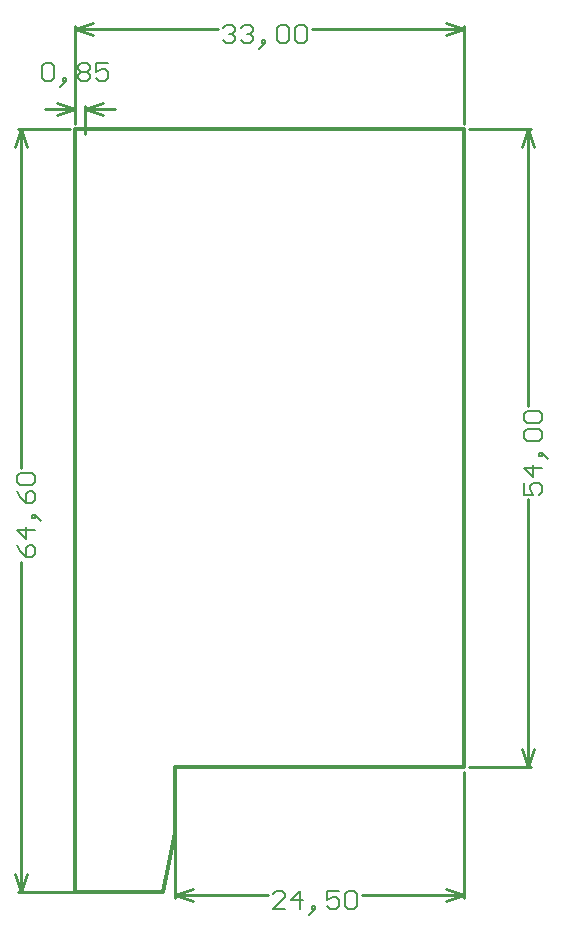
<source format=gm1>
%FSLAX25Y25*%
%MOIN*%
G70*
G01*
G75*
G04 Layer_Color=16711935*
%ADD10R,0.02756X0.03543*%
%ADD11R,0.06693X0.09449*%
%ADD12O,0.06693X0.01181*%
%ADD13O,0.06890X0.02165*%
%ADD14O,0.02165X0.06890*%
%ADD15R,0.15748X0.15748*%
%ADD16R,0.07874X0.15748*%
%ADD17R,0.03543X0.02756*%
%ADD18R,0.01575X0.05315*%
%ADD19R,0.05512X0.05512*%
%ADD20R,0.04724X0.03543*%
%ADD21R,0.05000X0.05000*%
%ADD22R,0.03937X0.05512*%
%ADD23R,0.03150X0.03543*%
%ADD24R,0.04331X0.06693*%
%ADD25R,0.03543X0.03150*%
%ADD26R,0.09449X0.06693*%
%ADD27C,0.01575*%
%ADD28C,0.01181*%
%ADD29C,0.01378*%
%ADD30C,0.00984*%
%ADD31C,0.01000*%
%ADD32C,0.00600*%
%ADD33C,0.07874*%
%ADD34O,0.05906X0.07874*%
%ADD35O,0.03937X0.06693*%
%ADD36R,0.05906X0.05906*%
%ADD37C,0.05906*%
%ADD38C,0.12598*%
%ADD39R,0.04724X0.15748*%
%ADD40C,0.03150*%
%ADD41C,0.01969*%
%ADD42C,0.04724*%
%ADD43O,0.01378X0.06693*%
%ADD44O,0.02756X0.01772*%
%ADD45R,0.05906X0.09449*%
%ADD46R,0.07677X0.10827*%
%ADD47R,0.11811X0.08268*%
%ADD48R,0.06299X0.03150*%
%ADD49O,0.02362X0.06693*%
%ADD50R,0.05001X0.01969*%
%ADD51R,0.01969X0.04801*%
%ADD52O,0.01969X0.00984*%
%ADD53O,0.00984X0.03937*%
%ADD54R,0.06496X0.09449*%
%ADD55R,0.04000X0.06000*%
%ADD56R,0.06000X0.04000*%
%ADD57C,0.03150*%
%ADD58C,0.02362*%
%ADD59C,0.00787*%
%ADD60C,0.00394*%
%ADD61C,0.00800*%
%ADD62C,0.00591*%
%ADD63R,0.03556X0.04343*%
%ADD64R,0.07493X0.10249*%
%ADD65O,0.07493X0.01981*%
%ADD66O,0.07284X0.02559*%
%ADD67O,0.02559X0.07284*%
%ADD68R,0.16548X0.16548*%
%ADD69R,0.08674X0.16548*%
%ADD70R,0.04343X0.03556*%
%ADD71R,0.01969X0.05709*%
%ADD72R,0.06312X0.06312*%
%ADD73R,0.05524X0.04343*%
%ADD74R,0.05800X0.05800*%
%ADD75R,0.04737X0.06312*%
%ADD76R,0.03950X0.04343*%
%ADD77R,0.05131X0.07493*%
%ADD78R,0.04343X0.03950*%
%ADD79R,0.10249X0.07493*%
%ADD80C,0.08674*%
%ADD81O,0.06706X0.08674*%
%ADD82O,0.04737X0.07493*%
%ADD83R,0.06706X0.06706*%
%ADD84C,0.06706*%
%ADD85C,0.13398*%
%ADD86R,0.05524X0.16548*%
%ADD87C,0.03950*%
%ADD88C,0.02769*%
%ADD89C,0.05524*%
%ADD90C,0.02000*%
%ADD91C,0.00500*%
D28*
X68898Y51181D02*
Y73228D01*
X165354D01*
X64961Y31496D02*
X68898Y51181D01*
X35433Y31496D02*
Y285827D01*
X165354D01*
Y73228D02*
Y285827D01*
X35433Y31496D02*
X64961D01*
X68898Y51181D02*
Y73228D01*
X165354D01*
X64961Y31496D02*
X68898Y51181D01*
X35433Y31496D02*
Y285827D01*
X165354D01*
Y73228D02*
Y285827D01*
X35433Y31496D02*
X64961D01*
D31*
X165354Y287417D02*
Y320000D01*
X35433Y287417D02*
Y320000D01*
X114389Y319000D02*
X165354D01*
X35433D02*
X83198D01*
X159354Y321000D02*
X165354Y319000D01*
X159354Y317000D02*
X165354Y319000D01*
X35433D02*
X41433Y317000D01*
X35433Y319000D02*
X41433Y321000D01*
X166945Y73228D02*
X187500D01*
X166945Y285827D02*
X187500D01*
X186500Y73228D02*
Y162332D01*
Y193523D02*
Y285827D01*
Y73228D02*
X188500Y79228D01*
X184500D02*
X186500Y73228D01*
X184500Y279827D02*
X186500Y285827D01*
X188500Y279827D01*
X16500Y31496D02*
X63370D01*
X16500Y285827D02*
X33843D01*
X17500Y31496D02*
Y141466D01*
Y172657D02*
Y285827D01*
Y31496D02*
X19500Y37496D01*
X15500D02*
X17500Y31496D01*
X15500Y279827D02*
X17500Y285827D01*
X19500Y279827D01*
X165354Y29500D02*
Y71638D01*
X68898Y29500D02*
Y71638D01*
X131122Y30500D02*
X165354D01*
X68898D02*
X99931D01*
X159354Y32500D02*
X165354Y30500D01*
X159354Y28500D02*
X165354Y30500D01*
X68898D02*
X74898Y28500D01*
X68898Y30500D02*
X74898Y32500D01*
X38780Y284071D02*
Y293500D01*
X35433Y287417D02*
Y293500D01*
X25433Y292500D02*
X35433D01*
X38780D02*
X48779D01*
X29433Y294500D02*
X35433Y292500D01*
X29433Y290500D02*
X35433Y292500D01*
X38780D02*
X44780Y290500D01*
X38780Y292500D02*
X44780Y294500D01*
X165354Y287417D02*
Y320000D01*
X35433Y287417D02*
Y320000D01*
X114389Y319000D02*
X165354D01*
X35433D02*
X83198D01*
X159354Y321000D02*
X165354Y319000D01*
X159354Y317000D02*
X165354Y319000D01*
X35433D02*
X41433Y317000D01*
X35433Y319000D02*
X41433Y321000D01*
X166945Y73228D02*
X187500D01*
X166945Y285827D02*
X187500D01*
X186500Y73228D02*
Y162332D01*
Y193523D02*
Y285827D01*
Y73228D02*
X188500Y79228D01*
X184500D02*
X186500Y73228D01*
X184500Y279827D02*
X186500Y285827D01*
X188500Y279827D01*
X16500Y31496D02*
X63370D01*
X16500Y285827D02*
X33843D01*
X17500Y31496D02*
Y141466D01*
Y172657D02*
Y285827D01*
Y31496D02*
X19500Y37496D01*
X15500D02*
X17500Y31496D01*
X15500Y279827D02*
X17500Y285827D01*
X19500Y279827D01*
X165354Y29500D02*
Y71638D01*
X68898Y29500D02*
Y71638D01*
X131122Y30500D02*
X165354D01*
X68898D02*
X99931D01*
X159354Y32500D02*
X165354Y30500D01*
X159354Y28500D02*
X165354Y30500D01*
X68898D02*
X74898Y28500D01*
X68898Y30500D02*
X74898Y32500D01*
X38780Y284071D02*
Y293500D01*
X35433Y287417D02*
Y293500D01*
X25433Y292500D02*
X35433D01*
X38780D02*
X48779D01*
X29433Y294500D02*
X35433Y292500D01*
X29433Y290500D02*
X35433Y292500D01*
X38780D02*
X44780Y290500D01*
X38780Y292500D02*
X44780Y294500D01*
D32*
X84798Y319400D02*
X85798Y320399D01*
X87797D01*
X88797Y319400D01*
Y318400D01*
X87797Y317400D01*
X86798D01*
X87797D01*
X88797Y316401D01*
Y315401D01*
X87797Y314401D01*
X85798D01*
X84798Y315401D01*
X90796Y319400D02*
X91796Y320399D01*
X93795D01*
X94795Y319400D01*
Y318400D01*
X93795Y317400D01*
X92796D01*
X93795D01*
X94795Y316401D01*
Y315401D01*
X93795Y314401D01*
X91796D01*
X90796Y315401D01*
X97794Y313402D02*
X98794Y314401D01*
Y315401D01*
X97794D01*
Y314401D01*
X98794D01*
X97794Y313402D01*
X96794Y312402D01*
X102792Y319400D02*
X103792Y320399D01*
X105791D01*
X106791Y319400D01*
Y315401D01*
X105791Y314401D01*
X103792D01*
X102792Y315401D01*
Y319400D01*
X108791D02*
X109790Y320399D01*
X111790D01*
X112789Y319400D01*
Y315401D01*
X111790Y314401D01*
X109790D01*
X108791Y315401D01*
Y319400D01*
X185101Y167931D02*
Y163932D01*
X188100D01*
X187100Y165931D01*
Y166931D01*
X188100Y167931D01*
X190099D01*
X191099Y166931D01*
Y164932D01*
X190099Y163932D01*
X191099Y172929D02*
X185101D01*
X188100Y169930D01*
Y173929D01*
X192098Y176928D02*
X191099Y177927D01*
X190099D01*
Y176928D01*
X191099D01*
Y177927D01*
X192098Y176928D01*
X193098Y175928D01*
X186100Y181926D02*
X185101Y182926D01*
Y184925D01*
X186100Y185925D01*
X190099D01*
X191099Y184925D01*
Y182926D01*
X190099Y181926D01*
X186100D01*
Y187924D02*
X185101Y188924D01*
Y190923D01*
X186100Y191923D01*
X190099D01*
X191099Y190923D01*
Y188924D01*
X190099Y187924D01*
X186100D01*
X16101Y147065D02*
X17100Y145065D01*
X19100Y143066D01*
X21099D01*
X22099Y144066D01*
Y146065D01*
X21099Y147065D01*
X20099D01*
X19100Y146065D01*
Y143066D01*
X22099Y152063D02*
X16101D01*
X19100Y149064D01*
Y153063D01*
X23098Y156062D02*
X22099Y157061D01*
X21099D01*
Y156062D01*
X22099D01*
Y157061D01*
X23098Y156062D01*
X24098Y155062D01*
X16101Y165059D02*
X17100Y163059D01*
X19100Y161060D01*
X21099D01*
X22099Y162060D01*
Y164059D01*
X21099Y165059D01*
X20099D01*
X19100Y164059D01*
Y161060D01*
X17100Y167058D02*
X16101Y168058D01*
Y170057D01*
X17100Y171057D01*
X21099D01*
X22099Y170057D01*
Y168058D01*
X21099Y167058D01*
X17100D01*
X105529Y25901D02*
X101531D01*
X105529Y29900D01*
Y30900D01*
X104530Y31899D01*
X102530D01*
X101531Y30900D01*
X110528Y25901D02*
Y31899D01*
X107529Y28900D01*
X111527D01*
X114526Y24902D02*
X115526Y25901D01*
Y26901D01*
X114526D01*
Y25901D01*
X115526D01*
X114526Y24902D01*
X113527Y23902D01*
X123523Y31899D02*
X119525D01*
Y28900D01*
X121524Y29900D01*
X122524D01*
X123523Y28900D01*
Y26901D01*
X122524Y25901D01*
X120524D01*
X119525Y26901D01*
X125523Y30900D02*
X126522Y31899D01*
X128522D01*
X129522Y30900D01*
Y26901D01*
X128522Y25901D01*
X126522D01*
X125523Y26901D01*
Y30900D01*
X24510Y306696D02*
X25510Y307696D01*
X27509D01*
X28509Y306696D01*
Y302697D01*
X27509Y301697D01*
X25510D01*
X24510Y302697D01*
Y306696D01*
X31508Y300698D02*
X32507Y301697D01*
Y302697D01*
X31508D01*
Y301697D01*
X32507D01*
X31508Y300698D01*
X30508Y299698D01*
X36506Y306696D02*
X37506Y307696D01*
X39505D01*
X40505Y306696D01*
Y305696D01*
X39505Y304696D01*
X40505Y303697D01*
Y302697D01*
X39505Y301697D01*
X37506D01*
X36506Y302697D01*
Y303697D01*
X37506Y304696D01*
X36506Y305696D01*
Y306696D01*
X37506Y304696D02*
X39505D01*
X46503Y307696D02*
X42504D01*
Y304696D01*
X44503Y305696D01*
X45503D01*
X46503Y304696D01*
Y302697D01*
X45503Y301697D01*
X43504D01*
X42504Y302697D01*
X84798Y319400D02*
X85798Y320399D01*
X87797D01*
X88797Y319400D01*
Y318400D01*
X87797Y317400D01*
X86798D01*
X87797D01*
X88797Y316401D01*
Y315401D01*
X87797Y314401D01*
X85798D01*
X84798Y315401D01*
X90796Y319400D02*
X91796Y320399D01*
X93795D01*
X94795Y319400D01*
Y318400D01*
X93795Y317400D01*
X92796D01*
X93795D01*
X94795Y316401D01*
Y315401D01*
X93795Y314401D01*
X91796D01*
X90796Y315401D01*
X97794Y313402D02*
X98794Y314401D01*
Y315401D01*
X97794D01*
Y314401D01*
X98794D01*
X97794Y313402D01*
X96794Y312402D01*
X102792Y319400D02*
X103792Y320399D01*
X105791D01*
X106791Y319400D01*
Y315401D01*
X105791Y314401D01*
X103792D01*
X102792Y315401D01*
Y319400D01*
X108791D02*
X109790Y320399D01*
X111790D01*
X112789Y319400D01*
Y315401D01*
X111790Y314401D01*
X109790D01*
X108791Y315401D01*
Y319400D01*
X185101Y167931D02*
Y163932D01*
X188100D01*
X187100Y165931D01*
Y166931D01*
X188100Y167931D01*
X190099D01*
X191099Y166931D01*
Y164932D01*
X190099Y163932D01*
X191099Y172929D02*
X185101D01*
X188100Y169930D01*
Y173929D01*
X192098Y176928D02*
X191099Y177927D01*
X190099D01*
Y176928D01*
X191099D01*
Y177927D01*
X192098Y176928D01*
X193098Y175928D01*
X186100Y181926D02*
X185101Y182926D01*
Y184925D01*
X186100Y185925D01*
X190099D01*
X191099Y184925D01*
Y182926D01*
X190099Y181926D01*
X186100D01*
Y187924D02*
X185101Y188924D01*
Y190923D01*
X186100Y191923D01*
X190099D01*
X191099Y190923D01*
Y188924D01*
X190099Y187924D01*
X186100D01*
X16101Y147065D02*
X17100Y145065D01*
X19100Y143066D01*
X21099D01*
X22099Y144066D01*
Y146065D01*
X21099Y147065D01*
X20099D01*
X19100Y146065D01*
Y143066D01*
X22099Y152063D02*
X16101D01*
X19100Y149064D01*
Y153063D01*
X23098Y156062D02*
X22099Y157061D01*
X21099D01*
Y156062D01*
X22099D01*
Y157061D01*
X23098Y156062D01*
X24098Y155062D01*
X16101Y165059D02*
X17100Y163059D01*
X19100Y161060D01*
X21099D01*
X22099Y162060D01*
Y164059D01*
X21099Y165059D01*
X20099D01*
X19100Y164059D01*
Y161060D01*
X17100Y167058D02*
X16101Y168058D01*
Y170057D01*
X17100Y171057D01*
X21099D01*
X22099Y170057D01*
Y168058D01*
X21099Y167058D01*
X17100D01*
X105529Y25901D02*
X101531D01*
X105529Y29900D01*
Y30900D01*
X104530Y31899D01*
X102530D01*
X101531Y30900D01*
X110528Y25901D02*
Y31899D01*
X107529Y28900D01*
X111527D01*
X114526Y24902D02*
X115526Y25901D01*
Y26901D01*
X114526D01*
Y25901D01*
X115526D01*
X114526Y24902D01*
X113527Y23902D01*
X123523Y31899D02*
X119525D01*
Y28900D01*
X121524Y29900D01*
X122524D01*
X123523Y28900D01*
Y26901D01*
X122524Y25901D01*
X120524D01*
X119525Y26901D01*
X125523Y30900D02*
X126522Y31899D01*
X128522D01*
X129522Y30900D01*
Y26901D01*
X128522Y25901D01*
X126522D01*
X125523Y26901D01*
Y30900D01*
X24510Y306696D02*
X25510Y307696D01*
X27509D01*
X28509Y306696D01*
Y302697D01*
X27509Y301697D01*
X25510D01*
X24510Y302697D01*
Y306696D01*
X31508Y300698D02*
X32507Y301697D01*
Y302697D01*
X31508D01*
Y301697D01*
X32507D01*
X31508Y300698D01*
X30508Y299698D01*
X36506Y306696D02*
X37506Y307696D01*
X39505D01*
X40505Y306696D01*
Y305696D01*
X39505Y304696D01*
X40505Y303697D01*
Y302697D01*
X39505Y301697D01*
X37506D01*
X36506Y302697D01*
Y303697D01*
X37506Y304696D01*
X36506Y305696D01*
Y306696D01*
X37506Y304696D02*
X39505D01*
X46503Y307696D02*
X42504D01*
Y304696D01*
X44503Y305696D01*
X45503D01*
X46503Y304696D01*
Y302697D01*
X45503Y301697D01*
X43504D01*
X42504Y302697D01*
M02*

</source>
